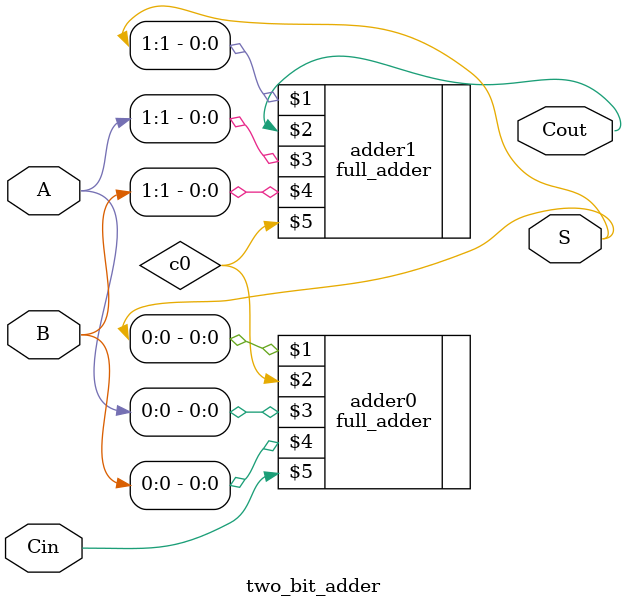
<source format=v>
module two_bit_adder (
    S, Cout, A, B, Cin
);

    input [1:0] A, B;
    input Cin;
    output [1:0] S;
    output Cout;
    wire c0;

    full_adder adder0(S[0], c0, A[0], B[0], Cin);
    full_adder adder1(S[1], Cout, A[1], B[1], c0);
    
endmodule
</source>
